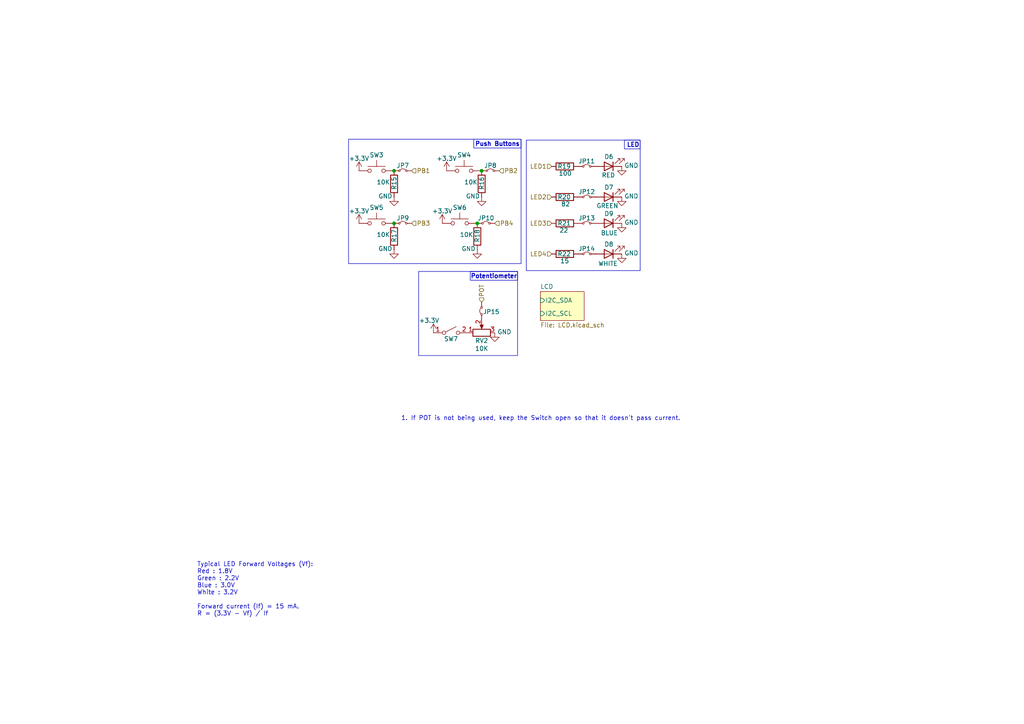
<source format=kicad_sch>
(kicad_sch
	(version 20231120)
	(generator "eeschema")
	(generator_version "8.0")
	(uuid "1d3761f7-b11f-40bd-8d60-04257c173912")
	(paper "A4")
	(title_block
		(date "2024-12-07")
		(rev "2.0")
		(company "Bandung Institute of Technology (ITB)")
		(comment 1 "Bostang Palaguna")
		(comment 2 "Designed by:")
	)
	(lib_symbols
		(symbol "Device:LED"
			(pin_numbers hide)
			(pin_names
				(offset 1.016) hide)
			(exclude_from_sim no)
			(in_bom yes)
			(on_board yes)
			(property "Reference" "D"
				(at 0 2.54 0)
				(effects
					(font
						(size 1.27 1.27)
					)
				)
			)
			(property "Value" "LED"
				(at 0 -2.54 0)
				(effects
					(font
						(size 1.27 1.27)
					)
				)
			)
			(property "Footprint" ""
				(at 0 0 0)
				(effects
					(font
						(size 1.27 1.27)
					)
					(hide yes)
				)
			)
			(property "Datasheet" "~"
				(at 0 0 0)
				(effects
					(font
						(size 1.27 1.27)
					)
					(hide yes)
				)
			)
			(property "Description" "Light emitting diode"
				(at 0 0 0)
				(effects
					(font
						(size 1.27 1.27)
					)
					(hide yes)
				)
			)
			(property "ki_keywords" "LED diode"
				(at 0 0 0)
				(effects
					(font
						(size 1.27 1.27)
					)
					(hide yes)
				)
			)
			(property "ki_fp_filters" "LED* LED_SMD:* LED_THT:*"
				(at 0 0 0)
				(effects
					(font
						(size 1.27 1.27)
					)
					(hide yes)
				)
			)
			(symbol "LED_0_1"
				(polyline
					(pts
						(xy -1.27 -1.27) (xy -1.27 1.27)
					)
					(stroke
						(width 0.254)
						(type default)
					)
					(fill
						(type none)
					)
				)
				(polyline
					(pts
						(xy -1.27 0) (xy 1.27 0)
					)
					(stroke
						(width 0)
						(type default)
					)
					(fill
						(type none)
					)
				)
				(polyline
					(pts
						(xy 1.27 -1.27) (xy 1.27 1.27) (xy -1.27 0) (xy 1.27 -1.27)
					)
					(stroke
						(width 0.254)
						(type default)
					)
					(fill
						(type none)
					)
				)
				(polyline
					(pts
						(xy -3.048 -0.762) (xy -4.572 -2.286) (xy -3.81 -2.286) (xy -4.572 -2.286) (xy -4.572 -1.524)
					)
					(stroke
						(width 0)
						(type default)
					)
					(fill
						(type none)
					)
				)
				(polyline
					(pts
						(xy -1.778 -0.762) (xy -3.302 -2.286) (xy -2.54 -2.286) (xy -3.302 -2.286) (xy -3.302 -1.524)
					)
					(stroke
						(width 0)
						(type default)
					)
					(fill
						(type none)
					)
				)
			)
			(symbol "LED_1_1"
				(pin passive line
					(at -3.81 0 0)
					(length 2.54)
					(name "K"
						(effects
							(font
								(size 1.27 1.27)
							)
						)
					)
					(number "1"
						(effects
							(font
								(size 1.27 1.27)
							)
						)
					)
				)
				(pin passive line
					(at 3.81 0 180)
					(length 2.54)
					(name "A"
						(effects
							(font
								(size 1.27 1.27)
							)
						)
					)
					(number "2"
						(effects
							(font
								(size 1.27 1.27)
							)
						)
					)
				)
			)
		)
		(symbol "Device:R"
			(pin_numbers hide)
			(pin_names
				(offset 0)
			)
			(exclude_from_sim no)
			(in_bom yes)
			(on_board yes)
			(property "Reference" "R"
				(at 2.032 0 90)
				(effects
					(font
						(size 1.27 1.27)
					)
				)
			)
			(property "Value" "R"
				(at 0 0 90)
				(effects
					(font
						(size 1.27 1.27)
					)
				)
			)
			(property "Footprint" ""
				(at -1.778 0 90)
				(effects
					(font
						(size 1.27 1.27)
					)
					(hide yes)
				)
			)
			(property "Datasheet" "~"
				(at 0 0 0)
				(effects
					(font
						(size 1.27 1.27)
					)
					(hide yes)
				)
			)
			(property "Description" "Resistor"
				(at 0 0 0)
				(effects
					(font
						(size 1.27 1.27)
					)
					(hide yes)
				)
			)
			(property "ki_keywords" "R res resistor"
				(at 0 0 0)
				(effects
					(font
						(size 1.27 1.27)
					)
					(hide yes)
				)
			)
			(property "ki_fp_filters" "R_*"
				(at 0 0 0)
				(effects
					(font
						(size 1.27 1.27)
					)
					(hide yes)
				)
			)
			(symbol "R_0_1"
				(rectangle
					(start -1.016 -2.54)
					(end 1.016 2.54)
					(stroke
						(width 0.254)
						(type default)
					)
					(fill
						(type none)
					)
				)
			)
			(symbol "R_1_1"
				(pin passive line
					(at 0 3.81 270)
					(length 1.27)
					(name "~"
						(effects
							(font
								(size 1.27 1.27)
							)
						)
					)
					(number "1"
						(effects
							(font
								(size 1.27 1.27)
							)
						)
					)
				)
				(pin passive line
					(at 0 -3.81 90)
					(length 1.27)
					(name "~"
						(effects
							(font
								(size 1.27 1.27)
							)
						)
					)
					(number "2"
						(effects
							(font
								(size 1.27 1.27)
							)
						)
					)
				)
			)
		)
		(symbol "Device:R_Potentiometer"
			(pin_names
				(offset 1.016) hide)
			(exclude_from_sim no)
			(in_bom yes)
			(on_board yes)
			(property "Reference" "RV"
				(at -4.445 0 90)
				(effects
					(font
						(size 1.27 1.27)
					)
				)
			)
			(property "Value" "R_Potentiometer"
				(at -2.54 0 90)
				(effects
					(font
						(size 1.27 1.27)
					)
				)
			)
			(property "Footprint" ""
				(at 0 0 0)
				(effects
					(font
						(size 1.27 1.27)
					)
					(hide yes)
				)
			)
			(property "Datasheet" "~"
				(at 0 0 0)
				(effects
					(font
						(size 1.27 1.27)
					)
					(hide yes)
				)
			)
			(property "Description" "Potentiometer"
				(at 0 0 0)
				(effects
					(font
						(size 1.27 1.27)
					)
					(hide yes)
				)
			)
			(property "ki_keywords" "resistor variable"
				(at 0 0 0)
				(effects
					(font
						(size 1.27 1.27)
					)
					(hide yes)
				)
			)
			(property "ki_fp_filters" "Potentiometer*"
				(at 0 0 0)
				(effects
					(font
						(size 1.27 1.27)
					)
					(hide yes)
				)
			)
			(symbol "R_Potentiometer_0_1"
				(polyline
					(pts
						(xy 2.54 0) (xy 1.524 0)
					)
					(stroke
						(width 0)
						(type default)
					)
					(fill
						(type none)
					)
				)
				(polyline
					(pts
						(xy 1.143 0) (xy 2.286 0.508) (xy 2.286 -0.508) (xy 1.143 0)
					)
					(stroke
						(width 0)
						(type default)
					)
					(fill
						(type outline)
					)
				)
				(rectangle
					(start 1.016 2.54)
					(end -1.016 -2.54)
					(stroke
						(width 0.254)
						(type default)
					)
					(fill
						(type none)
					)
				)
			)
			(symbol "R_Potentiometer_1_1"
				(pin passive line
					(at 0 3.81 270)
					(length 1.27)
					(name "1"
						(effects
							(font
								(size 1.27 1.27)
							)
						)
					)
					(number "1"
						(effects
							(font
								(size 1.27 1.27)
							)
						)
					)
				)
				(pin passive line
					(at 3.81 0 180)
					(length 1.27)
					(name "2"
						(effects
							(font
								(size 1.27 1.27)
							)
						)
					)
					(number "2"
						(effects
							(font
								(size 1.27 1.27)
							)
						)
					)
				)
				(pin passive line
					(at 0 -3.81 90)
					(length 1.27)
					(name "3"
						(effects
							(font
								(size 1.27 1.27)
							)
						)
					)
					(number "3"
						(effects
							(font
								(size 1.27 1.27)
							)
						)
					)
				)
			)
		)
		(symbol "Jumper:Jumper_2_Small_Bridged"
			(pin_numbers hide)
			(pin_names
				(offset 0) hide)
			(exclude_from_sim yes)
			(in_bom yes)
			(on_board yes)
			(property "Reference" "JP"
				(at 0 2.032 0)
				(effects
					(font
						(size 1.27 1.27)
					)
				)
			)
			(property "Value" "Jumper_2_Small_Bridged"
				(at 0 -2.286 0)
				(effects
					(font
						(size 1.27 1.27)
					)
				)
			)
			(property "Footprint" ""
				(at 0 0 0)
				(effects
					(font
						(size 1.27 1.27)
					)
					(hide yes)
				)
			)
			(property "Datasheet" "~"
				(at 0 0 0)
				(effects
					(font
						(size 1.27 1.27)
					)
					(hide yes)
				)
			)
			(property "Description" "Jumper, 2-pole, small symbol, bridged"
				(at 0 0 0)
				(effects
					(font
						(size 1.27 1.27)
					)
					(hide yes)
				)
			)
			(property "ki_keywords" "Jumper SPST"
				(at 0 0 0)
				(effects
					(font
						(size 1.27 1.27)
					)
					(hide yes)
				)
			)
			(property "ki_fp_filters" "Jumper* TestPoint*2Pads* TestPoint*Bridge*"
				(at 0 0 0)
				(effects
					(font
						(size 1.27 1.27)
					)
					(hide yes)
				)
			)
			(symbol "Jumper_2_Small_Bridged_0_0"
				(circle
					(center -1.016 0)
					(radius 0.254)
					(stroke
						(width 0)
						(type default)
					)
					(fill
						(type none)
					)
				)
				(circle
					(center 1.016 0)
					(radius 0.254)
					(stroke
						(width 0)
						(type default)
					)
					(fill
						(type none)
					)
				)
			)
			(symbol "Jumper_2_Small_Bridged_0_1"
				(arc
					(start 0.762 0.254)
					(mid 0 0.5696)
					(end -0.762 0.254)
					(stroke
						(width 0)
						(type default)
					)
					(fill
						(type none)
					)
				)
			)
			(symbol "Jumper_2_Small_Bridged_1_1"
				(pin passive line
					(at -2.54 0 0)
					(length 1.27)
					(name "A"
						(effects
							(font
								(size 1.27 1.27)
							)
						)
					)
					(number "1"
						(effects
							(font
								(size 1.27 1.27)
							)
						)
					)
				)
				(pin passive line
					(at 2.54 0 180)
					(length 1.27)
					(name "B"
						(effects
							(font
								(size 1.27 1.27)
							)
						)
					)
					(number "2"
						(effects
							(font
								(size 1.27 1.27)
							)
						)
					)
				)
			)
		)
		(symbol "Switch:SW_Push"
			(pin_numbers hide)
			(pin_names
				(offset 1.016) hide)
			(exclude_from_sim no)
			(in_bom yes)
			(on_board yes)
			(property "Reference" "SW"
				(at 1.27 2.54 0)
				(effects
					(font
						(size 1.27 1.27)
					)
					(justify left)
				)
			)
			(property "Value" "SW_Push"
				(at 0 -1.524 0)
				(effects
					(font
						(size 1.27 1.27)
					)
				)
			)
			(property "Footprint" ""
				(at 0 5.08 0)
				(effects
					(font
						(size 1.27 1.27)
					)
					(hide yes)
				)
			)
			(property "Datasheet" "~"
				(at 0 5.08 0)
				(effects
					(font
						(size 1.27 1.27)
					)
					(hide yes)
				)
			)
			(property "Description" "Push button switch, generic, two pins"
				(at 0 0 0)
				(effects
					(font
						(size 1.27 1.27)
					)
					(hide yes)
				)
			)
			(property "ki_keywords" "switch normally-open pushbutton push-button"
				(at 0 0 0)
				(effects
					(font
						(size 1.27 1.27)
					)
					(hide yes)
				)
			)
			(symbol "SW_Push_0_1"
				(circle
					(center -2.032 0)
					(radius 0.508)
					(stroke
						(width 0)
						(type default)
					)
					(fill
						(type none)
					)
				)
				(polyline
					(pts
						(xy 0 1.27) (xy 0 3.048)
					)
					(stroke
						(width 0)
						(type default)
					)
					(fill
						(type none)
					)
				)
				(polyline
					(pts
						(xy 2.54 1.27) (xy -2.54 1.27)
					)
					(stroke
						(width 0)
						(type default)
					)
					(fill
						(type none)
					)
				)
				(circle
					(center 2.032 0)
					(radius 0.508)
					(stroke
						(width 0)
						(type default)
					)
					(fill
						(type none)
					)
				)
				(pin passive line
					(at -5.08 0 0)
					(length 2.54)
					(name "1"
						(effects
							(font
								(size 1.27 1.27)
							)
						)
					)
					(number "1"
						(effects
							(font
								(size 1.27 1.27)
							)
						)
					)
				)
				(pin passive line
					(at 5.08 0 180)
					(length 2.54)
					(name "2"
						(effects
							(font
								(size 1.27 1.27)
							)
						)
					)
					(number "2"
						(effects
							(font
								(size 1.27 1.27)
							)
						)
					)
				)
			)
		)
		(symbol "Switch:SW_SPST"
			(pin_names
				(offset 0) hide)
			(exclude_from_sim no)
			(in_bom yes)
			(on_board yes)
			(property "Reference" "SW"
				(at 0 3.175 0)
				(effects
					(font
						(size 1.27 1.27)
					)
				)
			)
			(property "Value" "SW_SPST"
				(at 0 -2.54 0)
				(effects
					(font
						(size 1.27 1.27)
					)
				)
			)
			(property "Footprint" ""
				(at 0 0 0)
				(effects
					(font
						(size 1.27 1.27)
					)
					(hide yes)
				)
			)
			(property "Datasheet" "~"
				(at 0 0 0)
				(effects
					(font
						(size 1.27 1.27)
					)
					(hide yes)
				)
			)
			(property "Description" "Single Pole Single Throw (SPST) switch"
				(at 0 0 0)
				(effects
					(font
						(size 1.27 1.27)
					)
					(hide yes)
				)
			)
			(property "ki_keywords" "switch lever"
				(at 0 0 0)
				(effects
					(font
						(size 1.27 1.27)
					)
					(hide yes)
				)
			)
			(symbol "SW_SPST_0_0"
				(circle
					(center -2.032 0)
					(radius 0.508)
					(stroke
						(width 0)
						(type default)
					)
					(fill
						(type none)
					)
				)
				(polyline
					(pts
						(xy -1.524 0.254) (xy 1.524 1.778)
					)
					(stroke
						(width 0)
						(type default)
					)
					(fill
						(type none)
					)
				)
				(circle
					(center 2.032 0)
					(radius 0.508)
					(stroke
						(width 0)
						(type default)
					)
					(fill
						(type none)
					)
				)
			)
			(symbol "SW_SPST_1_1"
				(pin passive line
					(at -5.08 0 0)
					(length 2.54)
					(name "A"
						(effects
							(font
								(size 1.27 1.27)
							)
						)
					)
					(number "1"
						(effects
							(font
								(size 1.27 1.27)
							)
						)
					)
				)
				(pin passive line
					(at 5.08 0 180)
					(length 2.54)
					(name "B"
						(effects
							(font
								(size 1.27 1.27)
							)
						)
					)
					(number "2"
						(effects
							(font
								(size 1.27 1.27)
							)
						)
					)
				)
			)
		)
		(symbol "power:+3.3V"
			(power)
			(pin_numbers hide)
			(pin_names
				(offset 0) hide)
			(exclude_from_sim no)
			(in_bom yes)
			(on_board yes)
			(property "Reference" "#PWR"
				(at 0 -3.81 0)
				(effects
					(font
						(size 1.27 1.27)
					)
					(hide yes)
				)
			)
			(property "Value" "+3.3V"
				(at 0 3.556 0)
				(effects
					(font
						(size 1.27 1.27)
					)
				)
			)
			(property "Footprint" ""
				(at 0 0 0)
				(effects
					(font
						(size 1.27 1.27)
					)
					(hide yes)
				)
			)
			(property "Datasheet" ""
				(at 0 0 0)
				(effects
					(font
						(size 1.27 1.27)
					)
					(hide yes)
				)
			)
			(property "Description" "Power symbol creates a global label with name \"+3.3V\""
				(at 0 0 0)
				(effects
					(font
						(size 1.27 1.27)
					)
					(hide yes)
				)
			)
			(property "ki_keywords" "global power"
				(at 0 0 0)
				(effects
					(font
						(size 1.27 1.27)
					)
					(hide yes)
				)
			)
			(symbol "+3.3V_0_1"
				(polyline
					(pts
						(xy -0.762 1.27) (xy 0 2.54)
					)
					(stroke
						(width 0)
						(type default)
					)
					(fill
						(type none)
					)
				)
				(polyline
					(pts
						(xy 0 0) (xy 0 2.54)
					)
					(stroke
						(width 0)
						(type default)
					)
					(fill
						(type none)
					)
				)
				(polyline
					(pts
						(xy 0 2.54) (xy 0.762 1.27)
					)
					(stroke
						(width 0)
						(type default)
					)
					(fill
						(type none)
					)
				)
			)
			(symbol "+3.3V_1_1"
				(pin power_in line
					(at 0 0 90)
					(length 0)
					(name "~"
						(effects
							(font
								(size 1.27 1.27)
							)
						)
					)
					(number "1"
						(effects
							(font
								(size 1.27 1.27)
							)
						)
					)
				)
			)
		)
		(symbol "power:GND"
			(power)
			(pin_numbers hide)
			(pin_names
				(offset 0) hide)
			(exclude_from_sim no)
			(in_bom yes)
			(on_board yes)
			(property "Reference" "#PWR"
				(at 0 -6.35 0)
				(effects
					(font
						(size 1.27 1.27)
					)
					(hide yes)
				)
			)
			(property "Value" "GND"
				(at 0 -3.81 0)
				(effects
					(font
						(size 1.27 1.27)
					)
				)
			)
			(property "Footprint" ""
				(at 0 0 0)
				(effects
					(font
						(size 1.27 1.27)
					)
					(hide yes)
				)
			)
			(property "Datasheet" ""
				(at 0 0 0)
				(effects
					(font
						(size 1.27 1.27)
					)
					(hide yes)
				)
			)
			(property "Description" "Power symbol creates a global label with name \"GND\" , ground"
				(at 0 0 0)
				(effects
					(font
						(size 1.27 1.27)
					)
					(hide yes)
				)
			)
			(property "ki_keywords" "global power"
				(at 0 0 0)
				(effects
					(font
						(size 1.27 1.27)
					)
					(hide yes)
				)
			)
			(symbol "GND_0_1"
				(polyline
					(pts
						(xy 0 0) (xy 0 -1.27) (xy 1.27 -1.27) (xy 0 -2.54) (xy -1.27 -1.27) (xy 0 -1.27)
					)
					(stroke
						(width 0)
						(type default)
					)
					(fill
						(type none)
					)
				)
			)
			(symbol "GND_1_1"
				(pin power_in line
					(at 0 0 270)
					(length 0)
					(name "~"
						(effects
							(font
								(size 1.27 1.27)
							)
						)
					)
					(number "1"
						(effects
							(font
								(size 1.27 1.27)
							)
						)
					)
				)
			)
		)
	)
	(junction
		(at 138.43 64.77)
		(diameter 0)
		(color 0 0 0 0)
		(uuid "26841ef7-cdc5-4813-9dab-9b3aa1d4c38b")
	)
	(junction
		(at 114.3 64.77)
		(diameter 0)
		(color 0 0 0 0)
		(uuid "4129a4db-c87a-421e-a3e0-a56b3ee8f6a6")
	)
	(junction
		(at 114.3 49.53)
		(diameter 0)
		(color 0 0 0 0)
		(uuid "5e442280-cb92-4001-9d88-19dba3657769")
	)
	(junction
		(at 139.7 49.53)
		(diameter 0)
		(color 0 0 0 0)
		(uuid "dfb7be56-c29b-46d0-bda7-cd3633bb4a29")
	)
	(rectangle
		(start 121.412 78.74)
		(end 150.114 103.124)
		(stroke
			(width 0)
			(type default)
		)
		(fill
			(type none)
		)
		(uuid 0f56c6a3-401e-4abd-920a-46e7e9607186)
	)
	(rectangle
		(start 101.092 40.386)
		(end 151.13 76.454)
		(stroke
			(width 0)
			(type default)
		)
		(fill
			(type none)
		)
		(uuid 38de2833-4ad4-4e9d-adb0-5b657742dfa7)
	)
	(rectangle
		(start 181.102 40.64)
		(end 185.674 43.18)
		(stroke
			(width 0)
			(type default)
		)
		(fill
			(type none)
		)
		(uuid 46c218d8-3554-4737-99b1-69004d46340e)
	)
	(rectangle
		(start 152.654 40.64)
		(end 185.674 78.486)
		(stroke
			(width 0)
			(type default)
		)
		(fill
			(type none)
		)
		(uuid 4a433d01-7311-4b16-9290-0602f57a4407)
	)
	(rectangle
		(start 136.398 78.74)
		(end 150.114 81.28)
		(stroke
			(width 0)
			(type default)
		)
		(fill
			(type none)
		)
		(uuid 6eeacc36-5046-499a-8318-ee2ff9406dc7)
	)
	(rectangle
		(start 137.414 40.386)
		(end 151.13 42.926)
		(stroke
			(width 0)
			(type default)
		)
		(fill
			(type none)
		)
		(uuid 7526b5b1-111a-4d57-b030-b2428306a763)
	)
	(text "Potentiometer"
		(exclude_from_sim no)
		(at 143.256 80.264 0)
		(effects
			(font
				(size 1.27 1.27)
				(thickness 0.254)
				(bold yes)
			)
		)
		(uuid "174984ba-b219-4bb6-8537-ac24ac37d2b0")
	)
	(text "1. If POT is not being used, keep the Switch open so that it doesn't pass current."
		(exclude_from_sim no)
		(at 116.332 121.412 0)
		(effects
			(font
				(size 1.27 1.27)
			)
			(justify left)
		)
		(uuid "31af8941-09a8-4002-bd6f-af527059f710")
	)
	(text "Typical LED Forward Voltages (Vf):\nRed : 1.8V \nGreen : 2.2V\nBlue : 3.0V \nWhite : 3.2V\n\nForward current (If) = 15 mA. \nR = (3.3V - Vf) / If"
		(exclude_from_sim no)
		(at 57.15 170.942 0)
		(effects
			(font
				(size 1.27 1.27)
			)
			(justify left)
		)
		(uuid "5347d5f8-c762-44cc-b625-79e86fd2f5f7")
	)
	(text "LED"
		(exclude_from_sim no)
		(at 183.642 42.164 0)
		(effects
			(font
				(size 1.27 1.27)
				(thickness 0.254)
				(bold yes)
			)
		)
		(uuid "675ee389-a436-4097-a2d0-0268d545ab5e")
	)
	(text "Push Buttons"
		(exclude_from_sim no)
		(at 144.272 41.91 0)
		(effects
			(font
				(size 1.27 1.27)
				(thickness 0.254)
				(bold yes)
			)
		)
		(uuid "dd575e60-8676-4c73-9477-dc1384967ebd")
	)
	(hierarchical_label "PB4"
		(shape input)
		(at 143.51 64.77 0)
		(fields_autoplaced yes)
		(effects
			(font
				(size 1.27 1.27)
			)
			(justify left)
		)
		(uuid "1cc57819-d92d-4ba3-a16d-c25eaf33931c")
	)
	(hierarchical_label "PB2"
		(shape input)
		(at 144.78 49.53 0)
		(fields_autoplaced yes)
		(effects
			(font
				(size 1.27 1.27)
			)
			(justify left)
		)
		(uuid "1d456ea2-4c5b-49e4-9260-10a8ab134ab6")
	)
	(hierarchical_label "LED4"
		(shape input)
		(at 160.02 73.66 180)
		(fields_autoplaced yes)
		(effects
			(font
				(size 1.27 1.27)
			)
			(justify right)
		)
		(uuid "3d4805c3-0dd0-4f35-86e5-dc42e95d855f")
	)
	(hierarchical_label "POT"
		(shape input)
		(at 139.7 87.63 90)
		(fields_autoplaced yes)
		(effects
			(font
				(size 1.27 1.27)
			)
			(justify left)
		)
		(uuid "4afd2de3-3d4e-4064-98a7-c4bfab33dcd3")
	)
	(hierarchical_label "LED1"
		(shape input)
		(at 160.02 48.26 180)
		(fields_autoplaced yes)
		(effects
			(font
				(size 1.27 1.27)
			)
			(justify right)
		)
		(uuid "55dca42d-bc40-40df-acd4-c55e35f8dd54")
	)
	(hierarchical_label "PB1"
		(shape input)
		(at 119.38 49.53 0)
		(fields_autoplaced yes)
		(effects
			(font
				(size 1.27 1.27)
			)
			(justify left)
		)
		(uuid "87e39a3d-a7a2-45c9-8900-1950f5e2b1a6")
	)
	(hierarchical_label "LED3"
		(shape input)
		(at 160.02 64.77 180)
		(fields_autoplaced yes)
		(effects
			(font
				(size 1.27 1.27)
			)
			(justify right)
		)
		(uuid "999a811d-dde7-4f9a-a0f8-181edaae153b")
	)
	(hierarchical_label "PB3"
		(shape input)
		(at 119.38 64.77 0)
		(fields_autoplaced yes)
		(effects
			(font
				(size 1.27 1.27)
			)
			(justify left)
		)
		(uuid "b1b5281a-ef6b-4b70-a889-7e50b9d0ccbb")
	)
	(hierarchical_label "LED2"
		(shape input)
		(at 160.02 57.15 180)
		(fields_autoplaced yes)
		(effects
			(font
				(size 1.27 1.27)
			)
			(justify right)
		)
		(uuid "ecdf6ef8-16ac-4f74-8568-ffbd795cb252")
	)
	(symbol
		(lib_id "Device:LED")
		(at 176.53 57.15 180)
		(unit 1)
		(exclude_from_sim no)
		(in_bom yes)
		(on_board yes)
		(dnp no)
		(uuid "02568fac-ea5a-445e-9168-f8770f5b5a97")
		(property "Reference" "D7"
			(at 175.26 54.356 0)
			(effects
				(font
					(size 1.27 1.27)
				)
				(justify right)
			)
		)
		(property "Value" "GREEN"
			(at 172.974 59.69 0)
			(effects
				(font
					(size 1.27 1.27)
				)
				(justify right)
			)
		)
		(property "Footprint" ""
			(at 176.53 57.15 0)
			(effects
				(font
					(size 1.27 1.27)
				)
				(hide yes)
			)
		)
		(property "Datasheet" "~"
			(at 176.53 57.15 0)
			(effects
				(font
					(size 1.27 1.27)
				)
				(hide yes)
			)
		)
		(property "Description" "Light emitting diode"
			(at 176.53 57.15 0)
			(effects
				(font
					(size 1.27 1.27)
				)
				(hide yes)
			)
		)
		(pin "2"
			(uuid "cd0c69d8-fecf-4ccb-adf7-b4cadef0b8a5")
		)
		(pin "1"
			(uuid "b824bd21-21b1-4ea6-9084-c54c0068bb10")
		)
		(instances
			(project "EmbeddedSystemKit"
				(path "/747b9952-e431-4623-82a2-83ea2a8fb67d/557ed168-116e-4543-872c-457ff216d7e8"
					(reference "D7")
					(unit 1)
				)
			)
		)
	)
	(symbol
		(lib_id "Device:R")
		(at 163.83 57.15 90)
		(unit 1)
		(exclude_from_sim no)
		(in_bom yes)
		(on_board yes)
		(dnp no)
		(uuid "03f6aea5-33c5-4ee6-bce0-d78df91a0fdc")
		(property "Reference" "R20"
			(at 165.608 57.15 90)
			(effects
				(font
					(size 1.27 1.27)
				)
				(justify left)
			)
		)
		(property "Value" "82"
			(at 165.354 59.182 90)
			(effects
				(font
					(size 1.27 1.27)
				)
				(justify left)
			)
		)
		(property "Footprint" ""
			(at 163.83 58.928 90)
			(effects
				(font
					(size 1.27 1.27)
				)
				(hide yes)
			)
		)
		(property "Datasheet" "~"
			(at 163.83 57.15 0)
			(effects
				(font
					(size 1.27 1.27)
				)
				(hide yes)
			)
		)
		(property "Description" "Resistor"
			(at 163.83 57.15 0)
			(effects
				(font
					(size 1.27 1.27)
				)
				(hide yes)
			)
		)
		(pin "2"
			(uuid "63a4400b-529e-4dfd-b3cb-9cdc9ee84c10")
		)
		(pin "1"
			(uuid "948147e6-96e3-42a2-add8-92c12b5541ad")
		)
		(instances
			(project "EmbeddedSystemKit"
				(path "/747b9952-e431-4623-82a2-83ea2a8fb67d/557ed168-116e-4543-872c-457ff216d7e8"
					(reference "R20")
					(unit 1)
				)
			)
		)
	)
	(symbol
		(lib_id "power:GND")
		(at 114.3 57.15 0)
		(unit 1)
		(exclude_from_sim no)
		(in_bom yes)
		(on_board yes)
		(dnp no)
		(uuid "0ba35c45-f7ed-41b4-9dbb-c71ef25f7a90")
		(property "Reference" "#PWR049"
			(at 114.3 63.5 0)
			(effects
				(font
					(size 1.27 1.27)
				)
				(hide yes)
			)
		)
		(property "Value" "GND"
			(at 111.76 56.896 0)
			(effects
				(font
					(size 1.27 1.27)
				)
			)
		)
		(property "Footprint" ""
			(at 114.3 57.15 0)
			(effects
				(font
					(size 1.27 1.27)
				)
				(hide yes)
			)
		)
		(property "Datasheet" ""
			(at 114.3 57.15 0)
			(effects
				(font
					(size 1.27 1.27)
				)
				(hide yes)
			)
		)
		(property "Description" "Power symbol creates a global label with name \"GND\" , ground"
			(at 114.3 57.15 0)
			(effects
				(font
					(size 1.27 1.27)
				)
				(hide yes)
			)
		)
		(pin "1"
			(uuid "9df279c6-871c-4d61-933d-10e47b2b95c5")
		)
		(instances
			(project ""
				(path "/747b9952-e431-4623-82a2-83ea2a8fb67d/557ed168-116e-4543-872c-457ff216d7e8"
					(reference "#PWR049")
					(unit 1)
				)
			)
		)
	)
	(symbol
		(lib_id "Device:R")
		(at 163.83 48.26 90)
		(unit 1)
		(exclude_from_sim no)
		(in_bom yes)
		(on_board yes)
		(dnp no)
		(uuid "10f3bd9c-426f-4a0b-9e11-16f1aeaf7a05")
		(property "Reference" "R19"
			(at 165.608 48.26 90)
			(effects
				(font
					(size 1.27 1.27)
				)
				(justify left)
			)
		)
		(property "Value" "100"
			(at 165.862 50.292 90)
			(effects
				(font
					(size 1.27 1.27)
				)
				(justify left)
			)
		)
		(property "Footprint" ""
			(at 163.83 50.038 90)
			(effects
				(font
					(size 1.27 1.27)
				)
				(hide yes)
			)
		)
		(property "Datasheet" "~"
			(at 163.83 48.26 0)
			(effects
				(font
					(size 1.27 1.27)
				)
				(hide yes)
			)
		)
		(property "Description" "Resistor"
			(at 163.83 48.26 0)
			(effects
				(font
					(size 1.27 1.27)
				)
				(hide yes)
			)
		)
		(pin "2"
			(uuid "c2066a19-c1ca-476d-9981-35634220216b")
		)
		(pin "1"
			(uuid "796a0ab2-0f6f-4174-a0d3-d90859dfcdcc")
		)
		(instances
			(project "EmbeddedSystemKit"
				(path "/747b9952-e431-4623-82a2-83ea2a8fb67d/557ed168-116e-4543-872c-457ff216d7e8"
					(reference "R19")
					(unit 1)
				)
			)
		)
	)
	(symbol
		(lib_id "Device:R_Potentiometer")
		(at 139.7 96.52 90)
		(unit 1)
		(exclude_from_sim no)
		(in_bom yes)
		(on_board yes)
		(dnp no)
		(uuid "141f095a-000d-4769-95ff-fd699e16b714")
		(property "Reference" "RV2"
			(at 139.7 98.806 90)
			(effects
				(font
					(size 1.27 1.27)
				)
			)
		)
		(property "Value" "10K"
			(at 139.7 101.092 90)
			(effects
				(font
					(size 1.27 1.27)
				)
			)
		)
		(property "Footprint" ""
			(at 139.7 96.52 0)
			(effects
				(font
					(size 1.27 1.27)
				)
				(hide yes)
			)
		)
		(property "Datasheet" "~"
			(at 139.7 96.52 0)
			(effects
				(font
					(size 1.27 1.27)
				)
				(hide yes)
			)
		)
		(property "Description" "Potentiometer"
			(at 139.7 96.52 0)
			(effects
				(font
					(size 1.27 1.27)
				)
				(hide yes)
			)
		)
		(pin "2"
			(uuid "cda96551-32df-4b17-a399-d0385cf01e33")
		)
		(pin "3"
			(uuid "23fa8091-29a8-47e3-909e-d66db24d16e4")
		)
		(pin "1"
			(uuid "04f78759-5d29-4629-b23a-1e9a0ac2cfeb")
		)
		(instances
			(project ""
				(path "/747b9952-e431-4623-82a2-83ea2a8fb67d/557ed168-116e-4543-872c-457ff216d7e8"
					(reference "RV2")
					(unit 1)
				)
			)
		)
	)
	(symbol
		(lib_id "power:+3.3V")
		(at 128.27 64.77 0)
		(unit 1)
		(exclude_from_sim no)
		(in_bom yes)
		(on_board yes)
		(dnp no)
		(uuid "2806e872-619a-49b5-ba63-e5e0d9598992")
		(property "Reference" "#PWR054"
			(at 128.27 68.58 0)
			(effects
				(font
					(size 1.27 1.27)
				)
				(hide yes)
			)
		)
		(property "Value" "+3.3V"
			(at 128.27 61.214 0)
			(effects
				(font
					(size 1.27 1.27)
				)
			)
		)
		(property "Footprint" ""
			(at 128.27 64.77 0)
			(effects
				(font
					(size 1.27 1.27)
				)
				(hide yes)
			)
		)
		(property "Datasheet" ""
			(at 128.27 64.77 0)
			(effects
				(font
					(size 1.27 1.27)
				)
				(hide yes)
			)
		)
		(property "Description" "Power symbol creates a global label with name \"+3.3V\""
			(at 128.27 64.77 0)
			(effects
				(font
					(size 1.27 1.27)
				)
				(hide yes)
			)
		)
		(pin "1"
			(uuid "f4d615b0-2f97-4100-8400-a558c775bf2c")
		)
		(instances
			(project "EmbeddedSystemKit"
				(path "/747b9952-e431-4623-82a2-83ea2a8fb67d/557ed168-116e-4543-872c-457ff216d7e8"
					(reference "#PWR054")
					(unit 1)
				)
			)
		)
	)
	(symbol
		(lib_id "Switch:SW_Push")
		(at 134.62 49.53 0)
		(unit 1)
		(exclude_from_sim no)
		(in_bom yes)
		(on_board yes)
		(dnp no)
		(uuid "32148754-e947-442d-a73a-94809fb56cc2")
		(property "Reference" "SW4"
			(at 134.62 44.958 0)
			(effects
				(font
					(size 1.27 1.27)
				)
			)
		)
		(property "Value" "SW_Push"
			(at 134.62 44.45 0)
			(effects
				(font
					(size 1.27 1.27)
				)
				(hide yes)
			)
		)
		(property "Footprint" ""
			(at 134.62 44.45 0)
			(effects
				(font
					(size 1.27 1.27)
				)
				(hide yes)
			)
		)
		(property "Datasheet" "~"
			(at 134.62 44.45 0)
			(effects
				(font
					(size 1.27 1.27)
				)
				(hide yes)
			)
		)
		(property "Description" "Push button switch, generic, two pins"
			(at 134.62 49.53 0)
			(effects
				(font
					(size 1.27 1.27)
				)
				(hide yes)
			)
		)
		(pin "1"
			(uuid "03d4dc0c-a639-405f-aa7f-f3998c570c60")
		)
		(pin "2"
			(uuid "4b881a2a-dac4-4eed-9834-013bf0265633")
		)
		(instances
			(project "EmbeddedSystemKit"
				(path "/747b9952-e431-4623-82a2-83ea2a8fb67d/557ed168-116e-4543-872c-457ff216d7e8"
					(reference "SW4")
					(unit 1)
				)
			)
		)
	)
	(symbol
		(lib_id "power:GND")
		(at 180.34 64.77 0)
		(unit 1)
		(exclude_from_sim no)
		(in_bom yes)
		(on_board yes)
		(dnp no)
		(uuid "3320b4c4-c430-4246-97b9-bf98bbf324b7")
		(property "Reference" "#PWR059"
			(at 180.34 71.12 0)
			(effects
				(font
					(size 1.27 1.27)
				)
				(hide yes)
			)
		)
		(property "Value" "GND"
			(at 183.134 64.516 0)
			(effects
				(font
					(size 1.27 1.27)
				)
			)
		)
		(property "Footprint" ""
			(at 180.34 64.77 0)
			(effects
				(font
					(size 1.27 1.27)
				)
				(hide yes)
			)
		)
		(property "Datasheet" ""
			(at 180.34 64.77 0)
			(effects
				(font
					(size 1.27 1.27)
				)
				(hide yes)
			)
		)
		(property "Description" "Power symbol creates a global label with name \"GND\" , ground"
			(at 180.34 64.77 0)
			(effects
				(font
					(size 1.27 1.27)
				)
				(hide yes)
			)
		)
		(pin "1"
			(uuid "d369e46d-8935-48c9-89ec-13f3fc631838")
		)
		(instances
			(project "EmbeddedSystemKit"
				(path "/747b9952-e431-4623-82a2-83ea2a8fb67d/557ed168-116e-4543-872c-457ff216d7e8"
					(reference "#PWR059")
					(unit 1)
				)
			)
		)
	)
	(symbol
		(lib_id "power:GND")
		(at 138.43 72.39 0)
		(unit 1)
		(exclude_from_sim no)
		(in_bom yes)
		(on_board yes)
		(dnp no)
		(uuid "35eac886-8385-4b6e-aea0-edab571c1b11")
		(property "Reference" "#PWR055"
			(at 138.43 78.74 0)
			(effects
				(font
					(size 1.27 1.27)
				)
				(hide yes)
			)
		)
		(property "Value" "GND"
			(at 135.89 72.136 0)
			(effects
				(font
					(size 1.27 1.27)
				)
			)
		)
		(property "Footprint" ""
			(at 138.43 72.39 0)
			(effects
				(font
					(size 1.27 1.27)
				)
				(hide yes)
			)
		)
		(property "Datasheet" ""
			(at 138.43 72.39 0)
			(effects
				(font
					(size 1.27 1.27)
				)
				(hide yes)
			)
		)
		(property "Description" "Power symbol creates a global label with name \"GND\" , ground"
			(at 138.43 72.39 0)
			(effects
				(font
					(size 1.27 1.27)
				)
				(hide yes)
			)
		)
		(pin "1"
			(uuid "ffee664e-af87-4233-95ae-87c2569d758a")
		)
		(instances
			(project "EmbeddedSystemKit"
				(path "/747b9952-e431-4623-82a2-83ea2a8fb67d/557ed168-116e-4543-872c-457ff216d7e8"
					(reference "#PWR055")
					(unit 1)
				)
			)
		)
	)
	(symbol
		(lib_id "Jumper:Jumper_2_Small_Bridged")
		(at 170.18 48.26 0)
		(unit 1)
		(exclude_from_sim yes)
		(in_bom yes)
		(on_board yes)
		(dnp no)
		(uuid "38ff48e0-82ab-4e3d-b3e0-1e92409ad1ac")
		(property "Reference" "JP11"
			(at 170.18 46.736 0)
			(effects
				(font
					(size 1.27 1.27)
				)
			)
		)
		(property "Value" "Jumper_2_Small_Bridged"
			(at 170.18 45.72 0)
			(effects
				(font
					(size 1.27 1.27)
				)
				(hide yes)
			)
		)
		(property "Footprint" ""
			(at 170.18 48.26 0)
			(effects
				(font
					(size 1.27 1.27)
				)
				(hide yes)
			)
		)
		(property "Datasheet" "~"
			(at 170.18 48.26 0)
			(effects
				(font
					(size 1.27 1.27)
				)
				(hide yes)
			)
		)
		(property "Description" "Jumper, 2-pole, small symbol, bridged"
			(at 170.18 48.26 0)
			(effects
				(font
					(size 1.27 1.27)
				)
				(hide yes)
			)
		)
		(pin "2"
			(uuid "80a98d52-741e-4a4d-8399-086a8fa97d0a")
		)
		(pin "1"
			(uuid "1b47619f-e013-4c91-b52e-eb042543253e")
		)
		(instances
			(project "EmbeddedSystemKit"
				(path "/747b9952-e431-4623-82a2-83ea2a8fb67d/557ed168-116e-4543-872c-457ff216d7e8"
					(reference "JP11")
					(unit 1)
				)
			)
		)
	)
	(symbol
		(lib_id "Switch:SW_Push")
		(at 109.22 64.77 0)
		(unit 1)
		(exclude_from_sim no)
		(in_bom yes)
		(on_board yes)
		(dnp no)
		(uuid "3bf5b998-a545-478d-abe7-b2feb393bf8f")
		(property "Reference" "SW5"
			(at 109.22 60.198 0)
			(effects
				(font
					(size 1.27 1.27)
				)
			)
		)
		(property "Value" "SW_Push"
			(at 109.22 59.69 0)
			(effects
				(font
					(size 1.27 1.27)
				)
				(hide yes)
			)
		)
		(property "Footprint" ""
			(at 109.22 59.69 0)
			(effects
				(font
					(size 1.27 1.27)
				)
				(hide yes)
			)
		)
		(property "Datasheet" "~"
			(at 109.22 59.69 0)
			(effects
				(font
					(size 1.27 1.27)
				)
				(hide yes)
			)
		)
		(property "Description" "Push button switch, generic, two pins"
			(at 109.22 64.77 0)
			(effects
				(font
					(size 1.27 1.27)
				)
				(hide yes)
			)
		)
		(pin "1"
			(uuid "07168536-1ea3-43bd-af91-65194b3caed6")
		)
		(pin "2"
			(uuid "8bb0b362-2a8a-44cc-b35a-2aee6ce73569")
		)
		(instances
			(project "EmbeddedSystemKit"
				(path "/747b9952-e431-4623-82a2-83ea2a8fb67d/557ed168-116e-4543-872c-457ff216d7e8"
					(reference "SW5")
					(unit 1)
				)
			)
		)
	)
	(symbol
		(lib_id "Jumper:Jumper_2_Small_Bridged")
		(at 139.7 90.17 90)
		(unit 1)
		(exclude_from_sim yes)
		(in_bom yes)
		(on_board yes)
		(dnp no)
		(uuid "3cec52f9-139d-4729-bdb0-14703ee977aa")
		(property "Reference" "JP15"
			(at 142.494 90.424 90)
			(effects
				(font
					(size 1.27 1.27)
				)
			)
		)
		(property "Value" "Jumper_2_Small_Bridged"
			(at 137.16 90.17 0)
			(effects
				(font
					(size 1.27 1.27)
				)
				(hide yes)
			)
		)
		(property "Footprint" ""
			(at 139.7 90.17 0)
			(effects
				(font
					(size 1.27 1.27)
				)
				(hide yes)
			)
		)
		(property "Datasheet" "~"
			(at 139.7 90.17 0)
			(effects
				(font
					(size 1.27 1.27)
				)
				(hide yes)
			)
		)
		(property "Description" "Jumper, 2-pole, small symbol, bridged"
			(at 139.7 90.17 0)
			(effects
				(font
					(size 1.27 1.27)
				)
				(hide yes)
			)
		)
		(pin "2"
			(uuid "9a2716f7-cd4d-46ca-a506-c03a54c7989f")
		)
		(pin "1"
			(uuid "c3f87659-5344-41b4-9343-d11e82234866")
		)
		(instances
			(project "EmbeddedSystemKit"
				(path "/747b9952-e431-4623-82a2-83ea2a8fb67d/557ed168-116e-4543-872c-457ff216d7e8"
					(reference "JP15")
					(unit 1)
				)
			)
		)
	)
	(symbol
		(lib_id "power:GND")
		(at 114.3 72.39 0)
		(unit 1)
		(exclude_from_sim no)
		(in_bom yes)
		(on_board yes)
		(dnp no)
		(uuid "4f782588-4fe4-4110-9546-e6552d72fbd7")
		(property "Reference" "#PWR053"
			(at 114.3 78.74 0)
			(effects
				(font
					(size 1.27 1.27)
				)
				(hide yes)
			)
		)
		(property "Value" "GND"
			(at 111.76 72.136 0)
			(effects
				(font
					(size 1.27 1.27)
				)
			)
		)
		(property "Footprint" ""
			(at 114.3 72.39 0)
			(effects
				(font
					(size 1.27 1.27)
				)
				(hide yes)
			)
		)
		(property "Datasheet" ""
			(at 114.3 72.39 0)
			(effects
				(font
					(size 1.27 1.27)
				)
				(hide yes)
			)
		)
		(property "Description" "Power symbol creates a global label with name \"GND\" , ground"
			(at 114.3 72.39 0)
			(effects
				(font
					(size 1.27 1.27)
				)
				(hide yes)
			)
		)
		(pin "1"
			(uuid "faa64613-cff4-4c77-9eac-e1468c00c10c")
		)
		(instances
			(project "EmbeddedSystemKit"
				(path "/747b9952-e431-4623-82a2-83ea2a8fb67d/557ed168-116e-4543-872c-457ff216d7e8"
					(reference "#PWR053")
					(unit 1)
				)
			)
		)
	)
	(symbol
		(lib_id "Jumper:Jumper_2_Small_Bridged")
		(at 170.18 57.15 0)
		(unit 1)
		(exclude_from_sim yes)
		(in_bom yes)
		(on_board yes)
		(dnp no)
		(uuid "55acfab8-7945-40bb-83fd-23892c13430d")
		(property "Reference" "JP12"
			(at 170.18 55.626 0)
			(effects
				(font
					(size 1.27 1.27)
				)
			)
		)
		(property "Value" "Jumper_2_Small_Bridged"
			(at 170.18 54.61 0)
			(effects
				(font
					(size 1.27 1.27)
				)
				(hide yes)
			)
		)
		(property "Footprint" ""
			(at 170.18 57.15 0)
			(effects
				(font
					(size 1.27 1.27)
				)
				(hide yes)
			)
		)
		(property "Datasheet" "~"
			(at 170.18 57.15 0)
			(effects
				(font
					(size 1.27 1.27)
				)
				(hide yes)
			)
		)
		(property "Description" "Jumper, 2-pole, small symbol, bridged"
			(at 170.18 57.15 0)
			(effects
				(font
					(size 1.27 1.27)
				)
				(hide yes)
			)
		)
		(pin "2"
			(uuid "9ae19bc2-fd6f-4b91-a2b6-4cb5d7fcac06")
		)
		(pin "1"
			(uuid "5f4a3ea5-b441-4e2e-a9c1-94b545cbd253")
		)
		(instances
			(project "EmbeddedSystemKit"
				(path "/747b9952-e431-4623-82a2-83ea2a8fb67d/557ed168-116e-4543-872c-457ff216d7e8"
					(reference "JP12")
					(unit 1)
				)
			)
		)
	)
	(symbol
		(lib_id "Jumper:Jumper_2_Small_Bridged")
		(at 142.24 49.53 0)
		(unit 1)
		(exclude_from_sim yes)
		(in_bom yes)
		(on_board yes)
		(dnp no)
		(uuid "5847f9c2-7640-4914-923c-c740d7bceab1")
		(property "Reference" "JP8"
			(at 142.24 48.006 0)
			(effects
				(font
					(size 1.27 1.27)
				)
			)
		)
		(property "Value" "Jumper_2_Small_Bridged"
			(at 142.24 46.99 0)
			(effects
				(font
					(size 1.27 1.27)
				)
				(hide yes)
			)
		)
		(property "Footprint" ""
			(at 142.24 49.53 0)
			(effects
				(font
					(size 1.27 1.27)
				)
				(hide yes)
			)
		)
		(property "Datasheet" "~"
			(at 142.24 49.53 0)
			(effects
				(font
					(size 1.27 1.27)
				)
				(hide yes)
			)
		)
		(property "Description" "Jumper, 2-pole, small symbol, bridged"
			(at 142.24 49.53 0)
			(effects
				(font
					(size 1.27 1.27)
				)
				(hide yes)
			)
		)
		(pin "2"
			(uuid "99eeb4ea-55d6-411f-baf2-213b09c8657c")
		)
		(pin "1"
			(uuid "bafb671b-9a2b-4909-bd49-6e5fe958c453")
		)
		(instances
			(project "EmbeddedSystemKit"
				(path "/747b9952-e431-4623-82a2-83ea2a8fb67d/557ed168-116e-4543-872c-457ff216d7e8"
					(reference "JP8")
					(unit 1)
				)
			)
		)
	)
	(symbol
		(lib_id "Device:R")
		(at 138.43 68.58 0)
		(unit 1)
		(exclude_from_sim no)
		(in_bom yes)
		(on_board yes)
		(dnp no)
		(uuid "5a162c5a-92f6-454a-8e40-cd869b800a2d")
		(property "Reference" "R18"
			(at 138.43 70.358 90)
			(effects
				(font
					(size 1.27 1.27)
				)
				(justify left)
			)
		)
		(property "Value" "10K"
			(at 133.35 68.072 0)
			(effects
				(font
					(size 1.27 1.27)
				)
				(justify left)
			)
		)
		(property "Footprint" ""
			(at 136.652 68.58 90)
			(effects
				(font
					(size 1.27 1.27)
				)
				(hide yes)
			)
		)
		(property "Datasheet" "~"
			(at 138.43 68.58 0)
			(effects
				(font
					(size 1.27 1.27)
				)
				(hide yes)
			)
		)
		(property "Description" "Resistor"
			(at 138.43 68.58 0)
			(effects
				(font
					(size 1.27 1.27)
				)
				(hide yes)
			)
		)
		(pin "2"
			(uuid "6f2e5387-5509-4007-bcca-bb28336b2976")
		)
		(pin "1"
			(uuid "54d1d291-bcff-4ab3-928b-2545366bc276")
		)
		(instances
			(project "EmbeddedSystemKit"
				(path "/747b9952-e431-4623-82a2-83ea2a8fb67d/557ed168-116e-4543-872c-457ff216d7e8"
					(reference "R18")
					(unit 1)
				)
			)
		)
	)
	(symbol
		(lib_id "Jumper:Jumper_2_Small_Bridged")
		(at 140.97 64.77 0)
		(unit 1)
		(exclude_from_sim yes)
		(in_bom yes)
		(on_board yes)
		(dnp no)
		(uuid "66f84319-9455-4f65-ab04-650383ebac0a")
		(property "Reference" "JP10"
			(at 140.97 63.246 0)
			(effects
				(font
					(size 1.27 1.27)
				)
			)
		)
		(property "Value" "Jumper_2_Small_Bridged"
			(at 140.97 62.23 0)
			(effects
				(font
					(size 1.27 1.27)
				)
				(hide yes)
			)
		)
		(property "Footprint" ""
			(at 140.97 64.77 0)
			(effects
				(font
					(size 1.27 1.27)
				)
				(hide yes)
			)
		)
		(property "Datasheet" "~"
			(at 140.97 64.77 0)
			(effects
				(font
					(size 1.27 1.27)
				)
				(hide yes)
			)
		)
		(property "Description" "Jumper, 2-pole, small symbol, bridged"
			(at 140.97 64.77 0)
			(effects
				(font
					(size 1.27 1.27)
				)
				(hide yes)
			)
		)
		(pin "2"
			(uuid "1a68a7cb-5fc4-4519-9775-eeb235b97b41")
		)
		(pin "1"
			(uuid "3ef4ba85-a554-47b3-8815-2d0323f4d3b1")
		)
		(instances
			(project "EmbeddedSystemKit"
				(path "/747b9952-e431-4623-82a2-83ea2a8fb67d/557ed168-116e-4543-872c-457ff216d7e8"
					(reference "JP10")
					(unit 1)
				)
			)
		)
	)
	(symbol
		(lib_id "Jumper:Jumper_2_Small_Bridged")
		(at 116.84 49.53 0)
		(unit 1)
		(exclude_from_sim yes)
		(in_bom yes)
		(on_board yes)
		(dnp no)
		(uuid "67b1a31d-d5fd-4c5a-8537-b56d05925ce6")
		(property "Reference" "JP7"
			(at 116.84 48.006 0)
			(effects
				(font
					(size 1.27 1.27)
				)
			)
		)
		(property "Value" "Jumper_2_Small_Bridged"
			(at 116.84 46.99 0)
			(effects
				(font
					(size 1.27 1.27)
				)
				(hide yes)
			)
		)
		(property "Footprint" ""
			(at 116.84 49.53 0)
			(effects
				(font
					(size 1.27 1.27)
				)
				(hide yes)
			)
		)
		(property "Datasheet" "~"
			(at 116.84 49.53 0)
			(effects
				(font
					(size 1.27 1.27)
				)
				(hide yes)
			)
		)
		(property "Description" "Jumper, 2-pole, small symbol, bridged"
			(at 116.84 49.53 0)
			(effects
				(font
					(size 1.27 1.27)
				)
				(hide yes)
			)
		)
		(pin "2"
			(uuid "652e3b71-9cb9-4099-aadf-6d8d7bfe4eb1")
		)
		(pin "1"
			(uuid "17c55c8c-e3a8-4191-b96a-e0ba01cee15a")
		)
		(instances
			(project ""
				(path "/747b9952-e431-4623-82a2-83ea2a8fb67d/557ed168-116e-4543-872c-457ff216d7e8"
					(reference "JP7")
					(unit 1)
				)
			)
		)
	)
	(symbol
		(lib_id "Device:LED")
		(at 176.53 73.66 180)
		(unit 1)
		(exclude_from_sim no)
		(in_bom yes)
		(on_board yes)
		(dnp no)
		(uuid "798c5459-b6ce-46de-8f14-ff8485850c7a")
		(property "Reference" "D8"
			(at 175.26 70.866 0)
			(effects
				(font
					(size 1.27 1.27)
				)
				(justify right)
			)
		)
		(property "Value" "WHITE"
			(at 173.482 76.454 0)
			(effects
				(font
					(size 1.27 1.27)
				)
				(justify right)
			)
		)
		(property "Footprint" ""
			(at 176.53 73.66 0)
			(effects
				(font
					(size 1.27 1.27)
				)
				(hide yes)
			)
		)
		(property "Datasheet" "~"
			(at 176.53 73.66 0)
			(effects
				(font
					(size 1.27 1.27)
				)
				(hide yes)
			)
		)
		(property "Description" "Light emitting diode"
			(at 176.53 73.66 0)
			(effects
				(font
					(size 1.27 1.27)
				)
				(hide yes)
			)
		)
		(pin "2"
			(uuid "63936683-4e0b-4a33-80cd-a01c405bc42e")
		)
		(pin "1"
			(uuid "e264372d-3e46-44b9-ba44-36bc111c9df7")
		)
		(instances
			(project "EmbeddedSystemKit"
				(path "/747b9952-e431-4623-82a2-83ea2a8fb67d/557ed168-116e-4543-872c-457ff216d7e8"
					(reference "D8")
					(unit 1)
				)
			)
		)
	)
	(symbol
		(lib_id "power:+3.3V")
		(at 104.14 49.53 0)
		(unit 1)
		(exclude_from_sim no)
		(in_bom yes)
		(on_board yes)
		(dnp no)
		(uuid "84397704-57ef-41a0-b5a2-6c96698ed5be")
		(property "Reference" "#PWR048"
			(at 104.14 53.34 0)
			(effects
				(font
					(size 1.27 1.27)
				)
				(hide yes)
			)
		)
		(property "Value" "+3.3V"
			(at 104.14 45.974 0)
			(effects
				(font
					(size 1.27 1.27)
				)
			)
		)
		(property "Footprint" ""
			(at 104.14 49.53 0)
			(effects
				(font
					(size 1.27 1.27)
				)
				(hide yes)
			)
		)
		(property "Datasheet" ""
			(at 104.14 49.53 0)
			(effects
				(font
					(size 1.27 1.27)
				)
				(hide yes)
			)
		)
		(property "Description" "Power symbol creates a global label with name \"+3.3V\""
			(at 104.14 49.53 0)
			(effects
				(font
					(size 1.27 1.27)
				)
				(hide yes)
			)
		)
		(pin "1"
			(uuid "3ba5baf4-4700-4731-a561-f480cbcb2b21")
		)
		(instances
			(project "EmbeddedSystemKit"
				(path "/747b9952-e431-4623-82a2-83ea2a8fb67d/557ed168-116e-4543-872c-457ff216d7e8"
					(reference "#PWR048")
					(unit 1)
				)
			)
		)
	)
	(symbol
		(lib_id "Device:LED")
		(at 176.53 64.77 180)
		(unit 1)
		(exclude_from_sim no)
		(in_bom yes)
		(on_board yes)
		(dnp no)
		(uuid "8a34612d-0f49-4d51-9cc2-81a05dbba40b")
		(property "Reference" "D9"
			(at 175.26 61.976 0)
			(effects
				(font
					(size 1.27 1.27)
				)
				(justify right)
			)
		)
		(property "Value" "BLUE"
			(at 174.244 67.564 0)
			(effects
				(font
					(size 1.27 1.27)
				)
				(justify right)
			)
		)
		(property "Footprint" ""
			(at 176.53 64.77 0)
			(effects
				(font
					(size 1.27 1.27)
				)
				(hide yes)
			)
		)
		(property "Datasheet" "~"
			(at 176.53 64.77 0)
			(effects
				(font
					(size 1.27 1.27)
				)
				(hide yes)
			)
		)
		(property "Description" "Light emitting diode"
			(at 176.53 64.77 0)
			(effects
				(font
					(size 1.27 1.27)
				)
				(hide yes)
			)
		)
		(pin "2"
			(uuid "ff3d2b24-7fa8-49a1-a804-b2020b3b7080")
		)
		(pin "1"
			(uuid "83903072-83a1-474f-85c8-748002994cf9")
		)
		(instances
			(project "EmbeddedSystemKit"
				(path "/747b9952-e431-4623-82a2-83ea2a8fb67d/557ed168-116e-4543-872c-457ff216d7e8"
					(reference "D9")
					(unit 1)
				)
			)
		)
	)
	(symbol
		(lib_id "Device:R")
		(at 163.83 64.77 90)
		(unit 1)
		(exclude_from_sim no)
		(in_bom yes)
		(on_board yes)
		(dnp no)
		(uuid "8cc91c08-1178-4b55-811b-a223a22477d6")
		(property "Reference" "R21"
			(at 165.608 64.77 90)
			(effects
				(font
					(size 1.27 1.27)
				)
				(justify left)
			)
		)
		(property "Value" "22"
			(at 164.846 66.802 90)
			(effects
				(font
					(size 1.27 1.27)
				)
				(justify left)
			)
		)
		(property "Footprint" ""
			(at 163.83 66.548 90)
			(effects
				(font
					(size 1.27 1.27)
				)
				(hide yes)
			)
		)
		(property "Datasheet" "~"
			(at 163.83 64.77 0)
			(effects
				(font
					(size 1.27 1.27)
				)
				(hide yes)
			)
		)
		(property "Description" "Resistor"
			(at 163.83 64.77 0)
			(effects
				(font
					(size 1.27 1.27)
				)
				(hide yes)
			)
		)
		(pin "2"
			(uuid "0969d3e7-4bbe-4fb5-9ba9-4d7098314dba")
		)
		(pin "1"
			(uuid "40cb36d8-3420-480f-85dc-bc2be916e57d")
		)
		(instances
			(project "EmbeddedSystemKit"
				(path "/747b9952-e431-4623-82a2-83ea2a8fb67d/557ed168-116e-4543-872c-457ff216d7e8"
					(reference "R21")
					(unit 1)
				)
			)
		)
	)
	(symbol
		(lib_id "Device:LED")
		(at 176.53 48.26 180)
		(unit 1)
		(exclude_from_sim no)
		(in_bom yes)
		(on_board yes)
		(dnp no)
		(uuid "93ff4c1d-f1b8-4430-85a2-04f9f425f238")
		(property "Reference" "D6"
			(at 175.26 45.466 0)
			(effects
				(font
					(size 1.27 1.27)
				)
				(justify right)
			)
		)
		(property "Value" "RED"
			(at 174.498 50.8 0)
			(effects
				(font
					(size 1.27 1.27)
				)
				(justify right)
			)
		)
		(property "Footprint" ""
			(at 176.53 48.26 0)
			(effects
				(font
					(size 1.27 1.27)
				)
				(hide yes)
			)
		)
		(property "Datasheet" "~"
			(at 176.53 48.26 0)
			(effects
				(font
					(size 1.27 1.27)
				)
				(hide yes)
			)
		)
		(property "Description" "Light emitting diode"
			(at 176.53 48.26 0)
			(effects
				(font
					(size 1.27 1.27)
				)
				(hide yes)
			)
		)
		(pin "2"
			(uuid "53a61c14-12c9-46c2-b576-9d0a8f85bf15")
		)
		(pin "1"
			(uuid "7e41d548-198c-41d3-a648-859ed7c348e5")
		)
		(instances
			(project "EmbeddedSystemKit"
				(path "/747b9952-e431-4623-82a2-83ea2a8fb67d/557ed168-116e-4543-872c-457ff216d7e8"
					(reference "D6")
					(unit 1)
				)
			)
		)
	)
	(symbol
		(lib_id "Jumper:Jumper_2_Small_Bridged")
		(at 170.18 64.77 0)
		(unit 1)
		(exclude_from_sim yes)
		(in_bom yes)
		(on_board yes)
		(dnp no)
		(uuid "96313581-b1c9-4621-8c19-21923faf2444")
		(property "Reference" "JP13"
			(at 170.18 63.246 0)
			(effects
				(font
					(size 1.27 1.27)
				)
			)
		)
		(property "Value" "Jumper_2_Small_Bridged"
			(at 170.18 62.23 0)
			(effects
				(font
					(size 1.27 1.27)
				)
				(hide yes)
			)
		)
		(property "Footprint" ""
			(at 170.18 64.77 0)
			(effects
				(font
					(size 1.27 1.27)
				)
				(hide yes)
			)
		)
		(property "Datasheet" "~"
			(at 170.18 64.77 0)
			(effects
				(font
					(size 1.27 1.27)
				)
				(hide yes)
			)
		)
		(property "Description" "Jumper, 2-pole, small symbol, bridged"
			(at 170.18 64.77 0)
			(effects
				(font
					(size 1.27 1.27)
				)
				(hide yes)
			)
		)
		(pin "2"
			(uuid "4e395126-95d1-429e-a66e-22a8ac16a103")
		)
		(pin "1"
			(uuid "dec56089-ca11-4f02-be50-6f5e49ef4247")
		)
		(instances
			(project "EmbeddedSystemKit"
				(path "/747b9952-e431-4623-82a2-83ea2a8fb67d/557ed168-116e-4543-872c-457ff216d7e8"
					(reference "JP13")
					(unit 1)
				)
			)
		)
	)
	(symbol
		(lib_id "Device:R")
		(at 114.3 53.34 0)
		(unit 1)
		(exclude_from_sim no)
		(in_bom yes)
		(on_board yes)
		(dnp no)
		(uuid "99429f15-ab36-49ba-81b9-a36073989931")
		(property "Reference" "R15"
			(at 114.3 55.118 90)
			(effects
				(font
					(size 1.27 1.27)
				)
				(justify left)
			)
		)
		(property "Value" "10K"
			(at 109.22 52.832 0)
			(effects
				(font
					(size 1.27 1.27)
				)
				(justify left)
			)
		)
		(property "Footprint" ""
			(at 112.522 53.34 90)
			(effects
				(font
					(size 1.27 1.27)
				)
				(hide yes)
			)
		)
		(property "Datasheet" "~"
			(at 114.3 53.34 0)
			(effects
				(font
					(size 1.27 1.27)
				)
				(hide yes)
			)
		)
		(property "Description" "Resistor"
			(at 114.3 53.34 0)
			(effects
				(font
					(size 1.27 1.27)
				)
				(hide yes)
			)
		)
		(pin "2"
			(uuid "537e0576-2ec6-48a4-8ea0-fb1b7dd5940f")
		)
		(pin "1"
			(uuid "7e14485c-c91f-4edf-aa6c-57a9c1a16e30")
		)
		(instances
			(project "EmbeddedSystemKit"
				(path "/747b9952-e431-4623-82a2-83ea2a8fb67d/557ed168-116e-4543-872c-457ff216d7e8"
					(reference "R15")
					(unit 1)
				)
			)
		)
	)
	(symbol
		(lib_id "power:+3.3V")
		(at 125.73 96.52 0)
		(unit 1)
		(exclude_from_sim no)
		(in_bom yes)
		(on_board yes)
		(dnp no)
		(uuid "9bf5b794-b754-46f5-8949-5a4431e2d48e")
		(property "Reference" "#PWR061"
			(at 125.73 100.33 0)
			(effects
				(font
					(size 1.27 1.27)
				)
				(hide yes)
			)
		)
		(property "Value" "+3.3V"
			(at 124.46 92.964 0)
			(effects
				(font
					(size 1.27 1.27)
				)
			)
		)
		(property "Footprint" ""
			(at 125.73 96.52 0)
			(effects
				(font
					(size 1.27 1.27)
				)
				(hide yes)
			)
		)
		(property "Datasheet" ""
			(at 125.73 96.52 0)
			(effects
				(font
					(size 1.27 1.27)
				)
				(hide yes)
			)
		)
		(property "Description" "Power symbol creates a global label with name \"+3.3V\""
			(at 125.73 96.52 0)
			(effects
				(font
					(size 1.27 1.27)
				)
				(hide yes)
			)
		)
		(pin "1"
			(uuid "7df98928-a400-4620-8b95-3983b63e2795")
		)
		(instances
			(project "EmbeddedSystemKit"
				(path "/747b9952-e431-4623-82a2-83ea2a8fb67d/557ed168-116e-4543-872c-457ff216d7e8"
					(reference "#PWR061")
					(unit 1)
				)
			)
		)
	)
	(symbol
		(lib_id "power:GND")
		(at 143.51 96.52 0)
		(unit 1)
		(exclude_from_sim no)
		(in_bom yes)
		(on_board yes)
		(dnp no)
		(uuid "a06899ab-ad7d-4dd2-ad38-deabcd49fc38")
		(property "Reference" "#PWR060"
			(at 143.51 102.87 0)
			(effects
				(font
					(size 1.27 1.27)
				)
				(hide yes)
			)
		)
		(property "Value" "GND"
			(at 146.304 96.266 0)
			(effects
				(font
					(size 1.27 1.27)
				)
			)
		)
		(property "Footprint" ""
			(at 143.51 96.52 0)
			(effects
				(font
					(size 1.27 1.27)
				)
				(hide yes)
			)
		)
		(property "Datasheet" ""
			(at 143.51 96.52 0)
			(effects
				(font
					(size 1.27 1.27)
				)
				(hide yes)
			)
		)
		(property "Description" "Power symbol creates a global label with name \"GND\" , ground"
			(at 143.51 96.52 0)
			(effects
				(font
					(size 1.27 1.27)
				)
				(hide yes)
			)
		)
		(pin "1"
			(uuid "409349c9-afe4-4cb2-a59b-1a8da1dbbe94")
		)
		(instances
			(project "EmbeddedSystemKit"
				(path "/747b9952-e431-4623-82a2-83ea2a8fb67d/557ed168-116e-4543-872c-457ff216d7e8"
					(reference "#PWR060")
					(unit 1)
				)
			)
		)
	)
	(symbol
		(lib_id "power:+3.3V")
		(at 104.14 64.77 0)
		(unit 1)
		(exclude_from_sim no)
		(in_bom yes)
		(on_board yes)
		(dnp no)
		(uuid "a43375c3-162b-4dd5-b7d5-9ce0ee87da8a")
		(property "Reference" "#PWR052"
			(at 104.14 68.58 0)
			(effects
				(font
					(size 1.27 1.27)
				)
				(hide yes)
			)
		)
		(property "Value" "+3.3V"
			(at 104.14 61.214 0)
			(effects
				(font
					(size 1.27 1.27)
				)
			)
		)
		(property "Footprint" ""
			(at 104.14 64.77 0)
			(effects
				(font
					(size 1.27 1.27)
				)
				(hide yes)
			)
		)
		(property "Datasheet" ""
			(at 104.14 64.77 0)
			(effects
				(font
					(size 1.27 1.27)
				)
				(hide yes)
			)
		)
		(property "Description" "Power symbol creates a global label with name \"+3.3V\""
			(at 104.14 64.77 0)
			(effects
				(font
					(size 1.27 1.27)
				)
				(hide yes)
			)
		)
		(pin "1"
			(uuid "ef9d5dff-7576-4291-ba82-0197c7f94fb9")
		)
		(instances
			(project "EmbeddedSystemKit"
				(path "/747b9952-e431-4623-82a2-83ea2a8fb67d/557ed168-116e-4543-872c-457ff216d7e8"
					(reference "#PWR052")
					(unit 1)
				)
			)
		)
	)
	(symbol
		(lib_id "Jumper:Jumper_2_Small_Bridged")
		(at 116.84 64.77 0)
		(unit 1)
		(exclude_from_sim yes)
		(in_bom yes)
		(on_board yes)
		(dnp no)
		(uuid "a6b91cd5-17f4-4b2b-9749-3323bb341be9")
		(property "Reference" "JP9"
			(at 116.84 63.246 0)
			(effects
				(font
					(size 1.27 1.27)
				)
			)
		)
		(property "Value" "Jumper_2_Small_Bridged"
			(at 116.84 62.23 0)
			(effects
				(font
					(size 1.27 1.27)
				)
				(hide yes)
			)
		)
		(property "Footprint" ""
			(at 116.84 64.77 0)
			(effects
				(font
					(size 1.27 1.27)
				)
				(hide yes)
			)
		)
		(property "Datasheet" "~"
			(at 116.84 64.77 0)
			(effects
				(font
					(size 1.27 1.27)
				)
				(hide yes)
			)
		)
		(property "Description" "Jumper, 2-pole, small symbol, bridged"
			(at 116.84 64.77 0)
			(effects
				(font
					(size 1.27 1.27)
				)
				(hide yes)
			)
		)
		(pin "2"
			(uuid "f6edd611-aa89-458d-8437-388db700b8a7")
		)
		(pin "1"
			(uuid "67d64bcc-31e3-4443-b9d4-cb92fe37e4fa")
		)
		(instances
			(project "EmbeddedSystemKit"
				(path "/747b9952-e431-4623-82a2-83ea2a8fb67d/557ed168-116e-4543-872c-457ff216d7e8"
					(reference "JP9")
					(unit 1)
				)
			)
		)
	)
	(symbol
		(lib_id "Device:R")
		(at 163.83 73.66 90)
		(unit 1)
		(exclude_from_sim no)
		(in_bom yes)
		(on_board yes)
		(dnp no)
		(uuid "af5460ec-5b40-4f7b-8b81-a7d6e65d30b8")
		(property "Reference" "R22"
			(at 165.608 73.66 90)
			(effects
				(font
					(size 1.27 1.27)
				)
				(justify left)
			)
		)
		(property "Value" "15"
			(at 165.1 75.692 90)
			(effects
				(font
					(size 1.27 1.27)
				)
				(justify left)
			)
		)
		(property "Footprint" ""
			(at 163.83 75.438 90)
			(effects
				(font
					(size 1.27 1.27)
				)
				(hide yes)
			)
		)
		(property "Datasheet" "~"
			(at 163.83 73.66 0)
			(effects
				(font
					(size 1.27 1.27)
				)
				(hide yes)
			)
		)
		(property "Description" "Resistor"
			(at 163.83 73.66 0)
			(effects
				(font
					(size 1.27 1.27)
				)
				(hide yes)
			)
		)
		(pin "2"
			(uuid "0f003c8b-ef84-429e-b757-8681c9bd2a36")
		)
		(pin "1"
			(uuid "a13c4523-8038-4692-a2d5-a074b7f42331")
		)
		(instances
			(project "EmbeddedSystemKit"
				(path "/747b9952-e431-4623-82a2-83ea2a8fb67d/557ed168-116e-4543-872c-457ff216d7e8"
					(reference "R22")
					(unit 1)
				)
			)
		)
	)
	(symbol
		(lib_id "power:GND")
		(at 180.34 73.66 0)
		(unit 1)
		(exclude_from_sim no)
		(in_bom yes)
		(on_board yes)
		(dnp no)
		(uuid "b71a4194-b572-4c99-8ffe-aab94f977696")
		(property "Reference" "#PWR058"
			(at 180.34 80.01 0)
			(effects
				(font
					(size 1.27 1.27)
				)
				(hide yes)
			)
		)
		(property "Value" "GND"
			(at 183.134 73.406 0)
			(effects
				(font
					(size 1.27 1.27)
				)
			)
		)
		(property "Footprint" ""
			(at 180.34 73.66 0)
			(effects
				(font
					(size 1.27 1.27)
				)
				(hide yes)
			)
		)
		(property "Datasheet" ""
			(at 180.34 73.66 0)
			(effects
				(font
					(size 1.27 1.27)
				)
				(hide yes)
			)
		)
		(property "Description" "Power symbol creates a global label with name \"GND\" , ground"
			(at 180.34 73.66 0)
			(effects
				(font
					(size 1.27 1.27)
				)
				(hide yes)
			)
		)
		(pin "1"
			(uuid "5385f315-ef9c-42d5-8b62-87edfd6d1884")
		)
		(instances
			(project "EmbeddedSystemKit"
				(path "/747b9952-e431-4623-82a2-83ea2a8fb67d/557ed168-116e-4543-872c-457ff216d7e8"
					(reference "#PWR058")
					(unit 1)
				)
			)
		)
	)
	(symbol
		(lib_id "Switch:SW_Push")
		(at 133.35 64.77 0)
		(unit 1)
		(exclude_from_sim no)
		(in_bom yes)
		(on_board yes)
		(dnp no)
		(uuid "bc85e3ed-6f98-457b-a9f6-4709e86977e6")
		(property "Reference" "SW6"
			(at 133.35 60.198 0)
			(effects
				(font
					(size 1.27 1.27)
				)
			)
		)
		(property "Value" "SW_Push"
			(at 133.35 59.69 0)
			(effects
				(font
					(size 1.27 1.27)
				)
				(hide yes)
			)
		)
		(property "Footprint" ""
			(at 133.35 59.69 0)
			(effects
				(font
					(size 1.27 1.27)
				)
				(hide yes)
			)
		)
		(property "Datasheet" "~"
			(at 133.35 59.69 0)
			(effects
				(font
					(size 1.27 1.27)
				)
				(hide yes)
			)
		)
		(property "Description" "Push button switch, generic, two pins"
			(at 133.35 64.77 0)
			(effects
				(font
					(size 1.27 1.27)
				)
				(hide yes)
			)
		)
		(pin "1"
			(uuid "6c7b89cb-f56e-43e0-b750-494d3a6a352a")
		)
		(pin "2"
			(uuid "3460c822-11ce-4b1a-b295-c253b025eb76")
		)
		(instances
			(project "EmbeddedSystemKit"
				(path "/747b9952-e431-4623-82a2-83ea2a8fb67d/557ed168-116e-4543-872c-457ff216d7e8"
					(reference "SW6")
					(unit 1)
				)
			)
		)
	)
	(symbol
		(lib_id "Device:R")
		(at 114.3 68.58 0)
		(unit 1)
		(exclude_from_sim no)
		(in_bom yes)
		(on_board yes)
		(dnp no)
		(uuid "c4809d37-9934-4afe-9e57-963848221f1d")
		(property "Reference" "R17"
			(at 114.3 70.358 90)
			(effects
				(font
					(size 1.27 1.27)
				)
				(justify left)
			)
		)
		(property "Value" "10K"
			(at 109.22 68.072 0)
			(effects
				(font
					(size 1.27 1.27)
				)
				(justify left)
			)
		)
		(property "Footprint" ""
			(at 112.522 68.58 90)
			(effects
				(font
					(size 1.27 1.27)
				)
				(hide yes)
			)
		)
		(property "Datasheet" "~"
			(at 114.3 68.58 0)
			(effects
				(font
					(size 1.27 1.27)
				)
				(hide yes)
			)
		)
		(property "Description" "Resistor"
			(at 114.3 68.58 0)
			(effects
				(font
					(size 1.27 1.27)
				)
				(hide yes)
			)
		)
		(pin "2"
			(uuid "64d31ae4-35f1-494d-a5d1-dc886ed1553c")
		)
		(pin "1"
			(uuid "511b1f70-1b51-4cdf-a707-db5fe0aaa6d3")
		)
		(instances
			(project "EmbeddedSystemKit"
				(path "/747b9952-e431-4623-82a2-83ea2a8fb67d/557ed168-116e-4543-872c-457ff216d7e8"
					(reference "R17")
					(unit 1)
				)
			)
		)
	)
	(symbol
		(lib_id "power:GND")
		(at 180.34 57.15 0)
		(unit 1)
		(exclude_from_sim no)
		(in_bom yes)
		(on_board yes)
		(dnp no)
		(uuid "c879ebb1-8481-46dd-a8e9-088e12a8c06d")
		(property "Reference" "#PWR056"
			(at 180.34 63.5 0)
			(effects
				(font
					(size 1.27 1.27)
				)
				(hide yes)
			)
		)
		(property "Value" "GND"
			(at 183.134 56.896 0)
			(effects
				(font
					(size 1.27 1.27)
				)
			)
		)
		(property "Footprint" ""
			(at 180.34 57.15 0)
			(effects
				(font
					(size 1.27 1.27)
				)
				(hide yes)
			)
		)
		(property "Datasheet" ""
			(at 180.34 57.15 0)
			(effects
				(font
					(size 1.27 1.27)
				)
				(hide yes)
			)
		)
		(property "Description" "Power symbol creates a global label with name \"GND\" , ground"
			(at 180.34 57.15 0)
			(effects
				(font
					(size 1.27 1.27)
				)
				(hide yes)
			)
		)
		(pin "1"
			(uuid "82be4a43-f0f8-408e-b5aa-b50a8f0ef2e8")
		)
		(instances
			(project "EmbeddedSystemKit"
				(path "/747b9952-e431-4623-82a2-83ea2a8fb67d/557ed168-116e-4543-872c-457ff216d7e8"
					(reference "#PWR056")
					(unit 1)
				)
			)
		)
	)
	(symbol
		(lib_id "power:GND")
		(at 139.7 57.15 0)
		(unit 1)
		(exclude_from_sim no)
		(in_bom yes)
		(on_board yes)
		(dnp no)
		(uuid "c8bed046-35e2-4065-814e-e9e5e9a81615")
		(property "Reference" "#PWR051"
			(at 139.7 63.5 0)
			(effects
				(font
					(size 1.27 1.27)
				)
				(hide yes)
			)
		)
		(property "Value" "GND"
			(at 137.16 56.896 0)
			(effects
				(font
					(size 1.27 1.27)
				)
			)
		)
		(property "Footprint" ""
			(at 139.7 57.15 0)
			(effects
				(font
					(size 1.27 1.27)
				)
				(hide yes)
			)
		)
		(property "Datasheet" ""
			(at 139.7 57.15 0)
			(effects
				(font
					(size 1.27 1.27)
				)
				(hide yes)
			)
		)
		(property "Description" "Power symbol creates a global label with name \"GND\" , ground"
			(at 139.7 57.15 0)
			(effects
				(font
					(size 1.27 1.27)
				)
				(hide yes)
			)
		)
		(pin "1"
			(uuid "0f8fed8e-1058-4cdc-9421-739fe4161114")
		)
		(instances
			(project "EmbeddedSystemKit"
				(path "/747b9952-e431-4623-82a2-83ea2a8fb67d/557ed168-116e-4543-872c-457ff216d7e8"
					(reference "#PWR051")
					(unit 1)
				)
			)
		)
	)
	(symbol
		(lib_id "Switch:SW_Push")
		(at 109.22 49.53 0)
		(unit 1)
		(exclude_from_sim no)
		(in_bom yes)
		(on_board yes)
		(dnp no)
		(uuid "c9218de3-89b2-4790-8871-741aec48e8a5")
		(property "Reference" "SW3"
			(at 109.22 44.958 0)
			(effects
				(font
					(size 1.27 1.27)
				)
			)
		)
		(property "Value" "SW_Push"
			(at 109.22 44.45 0)
			(effects
				(font
					(size 1.27 1.27)
				)
				(hide yes)
			)
		)
		(property "Footprint" ""
			(at 109.22 44.45 0)
			(effects
				(font
					(size 1.27 1.27)
				)
				(hide yes)
			)
		)
		(property "Datasheet" "~"
			(at 109.22 44.45 0)
			(effects
				(font
					(size 1.27 1.27)
				)
				(hide yes)
			)
		)
		(property "Description" "Push button switch, generic, two pins"
			(at 109.22 49.53 0)
			(effects
				(font
					(size 1.27 1.27)
				)
				(hide yes)
			)
		)
		(pin "1"
			(uuid "0af0b38e-d9ec-4b02-a3ca-0164c4c126e3")
		)
		(pin "2"
			(uuid "ceb92091-c6a4-43aa-8f44-1ba259117f58")
		)
		(instances
			(project ""
				(path "/747b9952-e431-4623-82a2-83ea2a8fb67d/557ed168-116e-4543-872c-457ff216d7e8"
					(reference "SW3")
					(unit 1)
				)
			)
		)
	)
	(symbol
		(lib_id "Switch:SW_SPST")
		(at 130.81 96.52 0)
		(unit 1)
		(exclude_from_sim no)
		(in_bom yes)
		(on_board yes)
		(dnp no)
		(uuid "cb668de4-1226-40be-9f71-dd278201e85a")
		(property "Reference" "SW7"
			(at 130.81 98.298 0)
			(effects
				(font
					(size 1.27 1.27)
				)
			)
		)
		(property "Value" "SW_SPST"
			(at 130.81 92.71 0)
			(effects
				(font
					(size 1.27 1.27)
				)
				(hide yes)
			)
		)
		(property "Footprint" ""
			(at 130.81 96.52 0)
			(effects
				(font
					(size 1.27 1.27)
				)
				(hide yes)
			)
		)
		(property "Datasheet" "~"
			(at 130.81 96.52 0)
			(effects
				(font
					(size 1.27 1.27)
				)
				(hide yes)
			)
		)
		(property "Description" "Single Pole Single Throw (SPST) switch"
			(at 130.81 96.52 0)
			(effects
				(font
					(size 1.27 1.27)
				)
				(hide yes)
			)
		)
		(pin "2"
			(uuid "662723da-1f86-48c3-8ef6-eff01fff3500")
		)
		(pin "1"
			(uuid "8561f14b-c42a-41c7-ab61-f7caef34df78")
		)
		(instances
			(project ""
				(path "/747b9952-e431-4623-82a2-83ea2a8fb67d/557ed168-116e-4543-872c-457ff216d7e8"
					(reference "SW7")
					(unit 1)
				)
			)
		)
	)
	(symbol
		(lib_id "Jumper:Jumper_2_Small_Bridged")
		(at 170.18 73.66 0)
		(unit 1)
		(exclude_from_sim yes)
		(in_bom yes)
		(on_board yes)
		(dnp no)
		(uuid "cf77b7ee-0463-4191-8d2d-268e8e159516")
		(property "Reference" "JP14"
			(at 170.18 72.136 0)
			(effects
				(font
					(size 1.27 1.27)
				)
			)
		)
		(property "Value" "Jumper_2_Small_Bridged"
			(at 170.18 71.12 0)
			(effects
				(font
					(size 1.27 1.27)
				)
				(hide yes)
			)
		)
		(property "Footprint" ""
			(at 170.18 73.66 0)
			(effects
				(font
					(size 1.27 1.27)
				)
				(hide yes)
			)
		)
		(property "Datasheet" "~"
			(at 170.18 73.66 0)
			(effects
				(font
					(size 1.27 1.27)
				)
				(hide yes)
			)
		)
		(property "Description" "Jumper, 2-pole, small symbol, bridged"
			(at 170.18 73.66 0)
			(effects
				(font
					(size 1.27 1.27)
				)
				(hide yes)
			)
		)
		(pin "2"
			(uuid "2101180e-b5c2-4d2c-9ed1-a935fb798467")
		)
		(pin "1"
			(uuid "04b8d685-ed64-4edb-a6a4-bfd8c68ab9e7")
		)
		(instances
			(project "EmbeddedSystemKit"
				(path "/747b9952-e431-4623-82a2-83ea2a8fb67d/557ed168-116e-4543-872c-457ff216d7e8"
					(reference "JP14")
					(unit 1)
				)
			)
		)
	)
	(symbol
		(lib_id "power:+3.3V")
		(at 129.54 49.53 0)
		(unit 1)
		(exclude_from_sim no)
		(in_bom yes)
		(on_board yes)
		(dnp no)
		(uuid "e745bcca-46cf-4e13-915d-9e544031aec7")
		(property "Reference" "#PWR050"
			(at 129.54 53.34 0)
			(effects
				(font
					(size 1.27 1.27)
				)
				(hide yes)
			)
		)
		(property "Value" "+3.3V"
			(at 129.54 45.974 0)
			(effects
				(font
					(size 1.27 1.27)
				)
			)
		)
		(property "Footprint" ""
			(at 129.54 49.53 0)
			(effects
				(font
					(size 1.27 1.27)
				)
				(hide yes)
			)
		)
		(property "Datasheet" ""
			(at 129.54 49.53 0)
			(effects
				(font
					(size 1.27 1.27)
				)
				(hide yes)
			)
		)
		(property "Description" "Power symbol creates a global label with name \"+3.3V\""
			(at 129.54 49.53 0)
			(effects
				(font
					(size 1.27 1.27)
				)
				(hide yes)
			)
		)
		(pin "1"
			(uuid "6ff32dbc-3b1f-456b-9181-d5b26adc499f")
		)
		(instances
			(project "EmbeddedSystemKit"
				(path "/747b9952-e431-4623-82a2-83ea2a8fb67d/557ed168-116e-4543-872c-457ff216d7e8"
					(reference "#PWR050")
					(unit 1)
				)
			)
		)
	)
	(symbol
		(lib_id "Device:R")
		(at 139.7 53.34 0)
		(unit 1)
		(exclude_from_sim no)
		(in_bom yes)
		(on_board yes)
		(dnp no)
		(uuid "f3b666c9-d4bf-420c-bf3f-6671d849a967")
		(property "Reference" "R16"
			(at 139.7 55.118 90)
			(effects
				(font
					(size 1.27 1.27)
				)
				(justify left)
			)
		)
		(property "Value" "10K"
			(at 134.62 52.832 0)
			(effects
				(font
					(size 1.27 1.27)
				)
				(justify left)
			)
		)
		(property "Footprint" ""
			(at 137.922 53.34 90)
			(effects
				(font
					(size 1.27 1.27)
				)
				(hide yes)
			)
		)
		(property "Datasheet" "~"
			(at 139.7 53.34 0)
			(effects
				(font
					(size 1.27 1.27)
				)
				(hide yes)
			)
		)
		(property "Description" "Resistor"
			(at 139.7 53.34 0)
			(effects
				(font
					(size 1.27 1.27)
				)
				(hide yes)
			)
		)
		(pin "2"
			(uuid "123799a2-2a0d-4d29-9a29-e1e30e723b63")
		)
		(pin "1"
			(uuid "2a0e197d-dd74-4f1b-a0b9-0515a2fddabf")
		)
		(instances
			(project "EmbeddedSystemKit"
				(path "/747b9952-e431-4623-82a2-83ea2a8fb67d/557ed168-116e-4543-872c-457ff216d7e8"
					(reference "R16")
					(unit 1)
				)
			)
		)
	)
	(symbol
		(lib_id "power:GND")
		(at 180.34 48.26 0)
		(unit 1)
		(exclude_from_sim no)
		(in_bom yes)
		(on_board yes)
		(dnp no)
		(uuid "f587eed2-52e0-4aab-a54e-42d4501108f9")
		(property "Reference" "#PWR057"
			(at 180.34 54.61 0)
			(effects
				(font
					(size 1.27 1.27)
				)
				(hide yes)
			)
		)
		(property "Value" "GND"
			(at 183.134 48.006 0)
			(effects
				(font
					(size 1.27 1.27)
				)
			)
		)
		(property "Footprint" ""
			(at 180.34 48.26 0)
			(effects
				(font
					(size 1.27 1.27)
				)
				(hide yes)
			)
		)
		(property "Datasheet" ""
			(at 180.34 48.26 0)
			(effects
				(font
					(size 1.27 1.27)
				)
				(hide yes)
			)
		)
		(property "Description" "Power symbol creates a global label with name \"GND\" , ground"
			(at 180.34 48.26 0)
			(effects
				(font
					(size 1.27 1.27)
				)
				(hide yes)
			)
		)
		(pin "1"
			(uuid "56f17f22-2bc5-4508-b1a5-4537b6564765")
		)
		(instances
			(project "EmbeddedSystemKit"
				(path "/747b9952-e431-4623-82a2-83ea2a8fb67d/557ed168-116e-4543-872c-457ff216d7e8"
					(reference "#PWR057")
					(unit 1)
				)
			)
		)
	)
	(sheet
		(at 156.718 84.582)
		(size 12.7 8.382)
		(fields_autoplaced yes)
		(stroke
			(width 0.1524)
			(type solid)
		)
		(fill
			(color 255 255 194 1.0000)
		)
		(uuid "2de314df-92b6-4057-bf4b-19bdb15ed7e7")
		(property "Sheetname" "LCD"
			(at 156.718 83.8704 0)
			(effects
				(font
					(size 1.27 1.27)
				)
				(justify left bottom)
			)
		)
		(property "Sheetfile" "LCD.kicad_sch"
			(at 156.718 93.5486 0)
			(effects
				(font
					(size 1.27 1.27)
				)
				(justify left top)
			)
		)
		(pin "I2C_SDA" input
			(at 156.718 87.122 180)
			(effects
				(font
					(size 1.27 1.27)
				)
				(justify left)
			)
			(uuid "018e32cb-4ed8-4552-ba49-e2bcf90349cd")
		)
		(pin "I2C_SCL" input
			(at 156.718 90.932 180)
			(effects
				(font
					(size 1.27 1.27)
				)
				(justify left)
			)
			(uuid "b09dd542-2330-41b1-9804-dc6adbf86226")
		)
		(instances
			(project "EmbeddedSystemKit"
				(path "/747b9952-e431-4623-82a2-83ea2a8fb67d/557ed168-116e-4543-872c-457ff216d7e8"
					(page "3")
				)
			)
		)
	)
)

</source>
